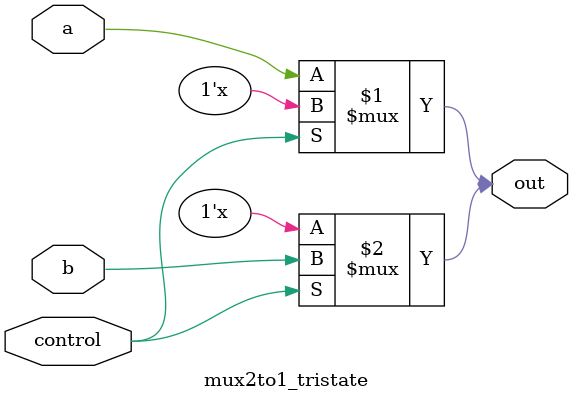
<source format=v>
`timescale 1ns / 1ps


module mux2to1_tristate(out, a, b, control);
output out ;
input a,b,control ;
tri out;
wire a,b,control;

bufif0 b1(out,a,control) ;  //drives a when control = 0 
bufif1 b2(out,b,control) ;  //drives b when control = 1

endmodule

</source>
